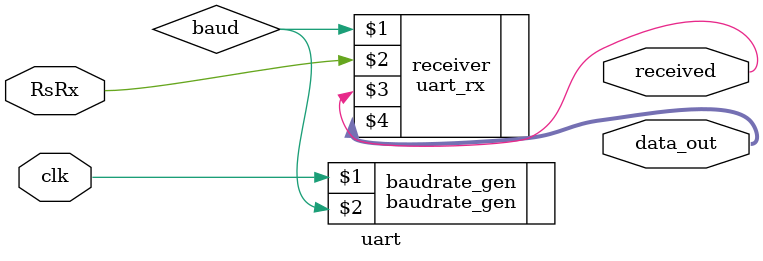
<source format=v>
`timescale 1ns / 1ps

module uart(
    input clk,
    input RsRx,
    //output RsTx
    output [7:0]data_out,
    output received
    );
    /*
    reg en, last_rec;
    reg [7:0] data_in;
    wire [7:0] data_out;
    wire sent, received, baud;
    */
    wire baud;
    
    baudrate_gen baudrate_gen(clk, baud);
    uart_rx receiver(baud, RsRx, received, data_out);
    //uart_tx transmitter(baud, data_in, en, sent, RsTx);
    /*
    always @(posedge baud) begin
        if (en) en = 0;
        if (~last_rec & received) begin
            data_in = data_out;//try this data_in = data_out + 8'h01;
            
            if ((data_in <= 8'h39 && data_in >= 8'h30)) en = 1; //for enter data_in == 8'h0D 
        end
        last_rec = received;
    end
*/
endmodule

</source>
